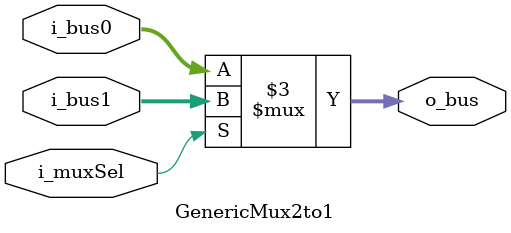
<source format=v>
`include "Macros.v"

module GenericMux2to1
    #(
        parameter LEN = 32
    )
    (
        input wire [LEN-1:0] i_bus0,
        input wire [LEN-1:0] i_bus1,
        output reg [LEN-1:0] o_bus,
        input wire i_muxSel
    );

    always @(*) begin
        if(i_muxSel) begin 
            o_bus = i_bus1;
        end 
        else begin 
            o_bus = i_bus0;
        end
    end
    
endmodule
</source>
